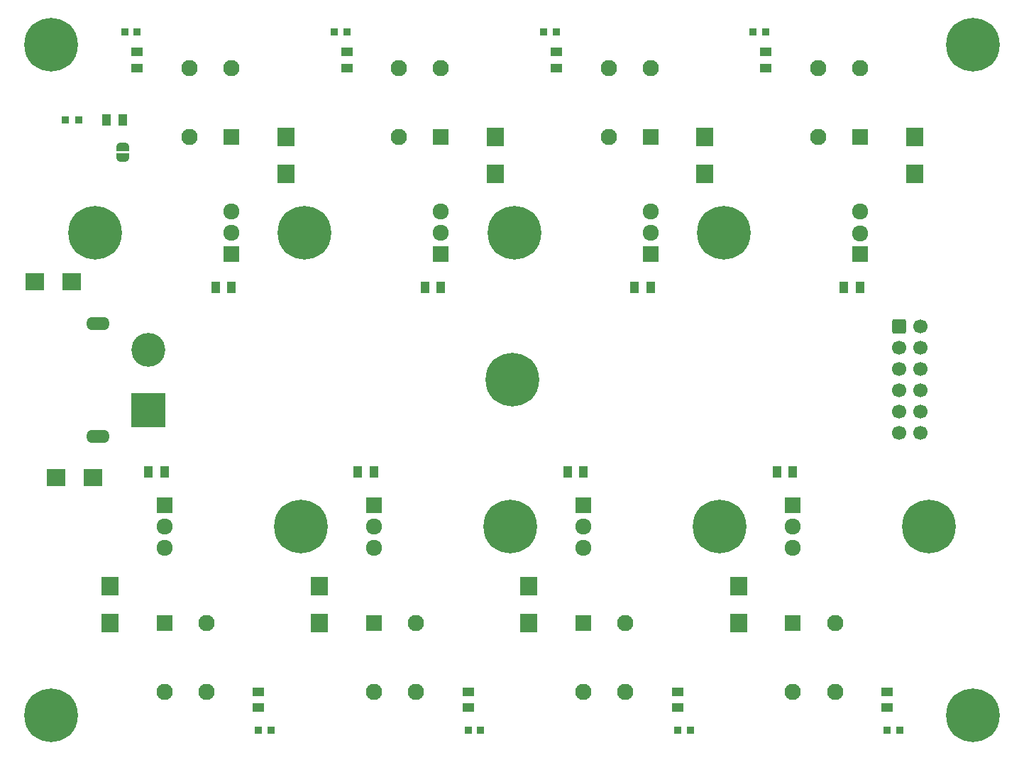
<source format=gbr>
G04 #@! TF.GenerationSoftware,KiCad,Pcbnew,(6.0.5)*
G04 #@! TF.CreationDate,2022-07-13T14:18:21-07:00*
G04 #@! TF.ProjectId,solid_state_relays_24v,736f6c69-645f-4737-9461-74655f72656c,0.0.10*
G04 #@! TF.SameCoordinates,PX2faf080PY8583b00*
G04 #@! TF.FileFunction,Soldermask,Top*
G04 #@! TF.FilePolarity,Negative*
%FSLAX46Y46*%
G04 Gerber Fmt 4.6, Leading zero omitted, Abs format (unit mm)*
G04 Created by KiCad (PCBNEW (6.0.5)) date 2022-07-13 14:18:21*
%MOMM*%
%LPD*%
G01*
G04 APERTURE LIST*
G04 Aperture macros list*
%AMRoundRect*
0 Rectangle with rounded corners*
0 $1 Rounding radius*
0 $2 $3 $4 $5 $6 $7 $8 $9 X,Y pos of 4 corners*
0 Add a 4 corners polygon primitive as box body*
4,1,4,$2,$3,$4,$5,$6,$7,$8,$9,$2,$3,0*
0 Add four circle primitives for the rounded corners*
1,1,$1+$1,$2,$3*
1,1,$1+$1,$4,$5*
1,1,$1+$1,$6,$7*
1,1,$1+$1,$8,$9*
0 Add four rect primitives between the rounded corners*
20,1,$1+$1,$2,$3,$4,$5,0*
20,1,$1+$1,$4,$5,$6,$7,0*
20,1,$1+$1,$6,$7,$8,$9,0*
20,1,$1+$1,$8,$9,$2,$3,0*%
%AMFreePoly0*
4,1,22,0.500000,-0.750000,0.000000,-0.750000,0.000000,-0.745033,-0.079941,-0.743568,-0.215256,-0.701293,-0.333266,-0.622738,-0.424486,-0.514219,-0.481581,-0.384460,-0.499164,-0.250000,-0.500000,-0.250000,-0.500000,0.250000,-0.499164,0.250000,-0.499963,0.256109,-0.478152,0.396186,-0.417904,0.524511,-0.324060,0.630769,-0.204165,0.706417,-0.067858,0.745374,0.000000,0.744959,0.000000,0.750000,
0.500000,0.750000,0.500000,-0.750000,0.500000,-0.750000,$1*%
%AMFreePoly1*
4,1,20,0.000000,0.744959,0.073905,0.744508,0.209726,0.703889,0.328688,0.626782,0.421226,0.519385,0.479903,0.390333,0.500000,0.250000,0.500000,-0.250000,0.499851,-0.262216,0.476331,-0.402017,0.414519,-0.529596,0.319384,-0.634700,0.198574,-0.708877,0.061801,-0.746166,0.000000,-0.745033,0.000000,-0.750000,-0.500000,-0.750000,-0.500000,0.750000,0.000000,0.750000,0.000000,0.744959,
0.000000,0.744959,$1*%
G04 Aperture macros list end*
%ADD10C,0.800000*%
%ADD11C,6.400000*%
%ADD12R,1.000000X1.400000*%
%ADD13R,2.150000X2.200000*%
%ADD14FreePoly0,90.000000*%
%ADD15FreePoly1,90.000000*%
%ADD16R,1.400000X1.000000*%
%ADD17R,1.950000X1.950000*%
%ADD18C,1.950000*%
%ADD19R,0.900000X0.850000*%
%ADD20RoundRect,0.250000X-0.600000X-0.600000X0.600000X-0.600000X0.600000X0.600000X-0.600000X0.600000X0*%
%ADD21C,1.700000*%
%ADD22O,2.800000X1.600000*%
%ADD23R,4.050000X4.050000*%
%ADD24C,4.050000*%
%ADD25R,0.900000X0.950000*%
%ADD26R,2.200000X2.150000*%
%ADD27R,1.920000X1.920000*%
%ADD28C,1.920000*%
G04 APERTURE END LIST*
D10*
G04 #@! TO.C,H1*
X3302944Y86697056D03*
D11*
X5000000Y85000000D03*
D10*
X7400000Y85000000D03*
X3302944Y83302944D03*
X6697056Y86697056D03*
X5000000Y87400000D03*
X2600000Y85000000D03*
X5000000Y82600000D03*
X6697056Y83302944D03*
G04 #@! TD*
D12*
G04 #@! TO.C,RP4*
X101500000Y56000000D03*
X99600000Y56000000D03*
G04 #@! TD*
D13*
G04 #@! TO.C,TVS1*
X33000000Y69600000D03*
X33000000Y74000000D03*
G04 #@! TD*
D10*
G04 #@! TO.C,H4*
X3302944Y6697056D03*
X6697056Y3302944D03*
X6697056Y6697056D03*
X7400000Y5000000D03*
X3302944Y3302944D03*
X2600000Y5000000D03*
X5000000Y2600000D03*
X5000000Y7400000D03*
D11*
X5000000Y5000000D03*
G04 #@! TD*
D12*
G04 #@! TO.C,RP1*
X26500000Y56000000D03*
X24600000Y56000000D03*
G04 #@! TD*
D13*
G04 #@! TO.C,TVS5*
X87000000Y20400000D03*
X87000000Y16000000D03*
G04 #@! TD*
D12*
G04 #@! TO.C,RP5*
X93500000Y34000000D03*
X91600000Y34000000D03*
G04 #@! TD*
D11*
G04 #@! TO.C,HQ2*
X35250000Y62540000D03*
D10*
X36947056Y64237056D03*
X36947056Y60842944D03*
X35250000Y64940000D03*
X32850000Y62540000D03*
X33552944Y60842944D03*
X37650000Y62540000D03*
X35250000Y60140000D03*
X33552944Y64237056D03*
G04 #@! TD*
D13*
G04 #@! TO.C,TVS2*
X58000000Y69600000D03*
X58000000Y74000000D03*
G04 #@! TD*
D14*
G04 #@! TO.C,JP1*
X13500000Y71500000D03*
D15*
X13500000Y72800000D03*
G04 #@! TD*
D12*
G04 #@! TO.C,RP6*
X68500000Y34000000D03*
X66600000Y34000000D03*
G04 #@! TD*
D10*
G04 #@! TO.C,H2*
X113302944Y83302944D03*
X115000000Y87400000D03*
D11*
X115000000Y85000000D03*
D10*
X112600000Y85000000D03*
X115000000Y82600000D03*
X116697056Y86697056D03*
X113302944Y86697056D03*
X117400000Y85000000D03*
X116697056Y83302944D03*
G04 #@! TD*
G04 #@! TO.C,HQ1*
X10250000Y64940000D03*
X7850000Y62540000D03*
D11*
X10250000Y62540000D03*
D10*
X8552944Y64237056D03*
X11947056Y60842944D03*
X12650000Y62540000D03*
X10250000Y60140000D03*
X11947056Y64237056D03*
X8552944Y60842944D03*
G04 #@! TD*
D12*
G04 #@! TO.C,RP2*
X51500000Y56000000D03*
X49600000Y56000000D03*
G04 #@! TD*
D13*
G04 #@! TO.C,TVS8*
X12000000Y20400000D03*
X12000000Y16000000D03*
G04 #@! TD*
D16*
G04 #@! TO.C,RL6*
X79750000Y7800000D03*
X79750000Y5900000D03*
G04 #@! TD*
D17*
G04 #@! TO.C,J2*
X51500000Y74000000D03*
D18*
X51500000Y82200000D03*
X46500000Y74000000D03*
X46500000Y82200000D03*
G04 #@! TD*
D13*
G04 #@! TO.C,TVS3*
X83000000Y69600000D03*
X83000000Y74000000D03*
G04 #@! TD*
D19*
G04 #@! TO.C,LED7*
X56250000Y3200000D03*
X54750000Y3200000D03*
G04 #@! TD*
D11*
G04 #@! TO.C,H3*
X115000000Y5000000D03*
D10*
X116697056Y6697056D03*
X117400000Y5000000D03*
X116697056Y3302944D03*
X115000000Y7400000D03*
X112600000Y5000000D03*
X115000000Y2600000D03*
X113302944Y3302944D03*
X113302944Y6697056D03*
G04 #@! TD*
D17*
G04 #@! TO.C,J1*
X26500000Y74000000D03*
D18*
X26500000Y82200000D03*
X21500000Y74000000D03*
X21500000Y82200000D03*
G04 #@! TD*
D16*
G04 #@! TO.C,RL4*
X90250000Y82200000D03*
X90250000Y84100000D03*
G04 #@! TD*
D10*
G04 #@! TO.C,HQ7*
X62150000Y27460000D03*
X59750000Y29860000D03*
D11*
X59750000Y27460000D03*
D10*
X61447056Y25762944D03*
X58052944Y25762944D03*
X58052944Y29157056D03*
X57350000Y27460000D03*
X61447056Y29157056D03*
X59750000Y25060000D03*
G04 #@! TD*
D17*
G04 #@! TO.C,J6*
X68500000Y16000000D03*
D18*
X68500000Y7800000D03*
X73500000Y16000000D03*
X73500000Y7800000D03*
G04 #@! TD*
D16*
G04 #@! TO.C,RL7*
X54750000Y7800000D03*
X54750000Y5900000D03*
G04 #@! TD*
D13*
G04 #@! TO.C,TVS6*
X62000000Y20400000D03*
X62000000Y16000000D03*
G04 #@! TD*
D16*
G04 #@! TO.C,RL5*
X104750000Y7800000D03*
X104750000Y5900000D03*
G04 #@! TD*
D19*
G04 #@! TO.C,LED3*
X63750000Y86500000D03*
X65250000Y86500000D03*
G04 #@! TD*
G04 #@! TO.C,LED5*
X106250000Y3200000D03*
X104750000Y3200000D03*
G04 #@! TD*
D17*
G04 #@! TO.C,J4*
X101500000Y74000000D03*
D18*
X101500000Y82200000D03*
X96500000Y74000000D03*
X96500000Y82200000D03*
G04 #@! TD*
D12*
G04 #@! TO.C,RP3*
X76500000Y56000000D03*
X74600000Y56000000D03*
G04 #@! TD*
D17*
G04 #@! TO.C,J3*
X76500000Y74000000D03*
D18*
X76500000Y82200000D03*
X71500000Y74000000D03*
X71500000Y82200000D03*
G04 #@! TD*
D12*
G04 #@! TO.C,RP7*
X43500000Y34000000D03*
X41600000Y34000000D03*
G04 #@! TD*
D20*
G04 #@! TO.C,JCNTL1*
X106200000Y51400000D03*
D21*
X108740000Y51400000D03*
X106200000Y48860000D03*
X108740000Y48860000D03*
X106200000Y46320000D03*
X108740000Y46320000D03*
X106200000Y43780000D03*
X108740000Y43780000D03*
X106200000Y41240000D03*
X108740000Y41240000D03*
X106200000Y38700000D03*
X108740000Y38700000D03*
G04 #@! TD*
D10*
G04 #@! TO.C,HQ6*
X83052944Y25762944D03*
X86447056Y29157056D03*
X82350000Y27460000D03*
D11*
X84750000Y27460000D03*
D10*
X84750000Y29860000D03*
X84750000Y25060000D03*
X87150000Y27460000D03*
X86447056Y25762944D03*
X83052944Y29157056D03*
G04 #@! TD*
G04 #@! TO.C,HQ8*
X36447056Y29157056D03*
X36447056Y25762944D03*
X34750000Y25060000D03*
D11*
X34750000Y27460000D03*
D10*
X32350000Y27460000D03*
X33052944Y25762944D03*
X37150000Y27460000D03*
X33052944Y29157056D03*
X34750000Y29860000D03*
G04 #@! TD*
D16*
G04 #@! TO.C,RL8*
X29750000Y7800000D03*
X29750000Y5900000D03*
G04 #@! TD*
D17*
G04 #@! TO.C,J8*
X18500000Y16000000D03*
D18*
X18500000Y7800000D03*
X23500000Y16000000D03*
X23500000Y7800000D03*
G04 #@! TD*
D22*
G04 #@! TO.C,JPWR1*
X10600000Y51750000D03*
X10600000Y38250000D03*
D23*
X16600000Y41400000D03*
D24*
X16600000Y48600000D03*
G04 #@! TD*
D13*
G04 #@! TO.C,TVS4*
X108000000Y69600000D03*
X108000000Y74000000D03*
G04 #@! TD*
D19*
G04 #@! TO.C,LED1*
X13750000Y86500000D03*
X15250000Y86500000D03*
G04 #@! TD*
D25*
G04 #@! TO.C,LEDP1*
X6700000Y76000000D03*
X8300000Y76000000D03*
G04 #@! TD*
D10*
G04 #@! TO.C,HC1*
X58302944Y43302944D03*
X61697056Y43302944D03*
X58302944Y46697056D03*
D11*
X60000000Y45000000D03*
D10*
X60000000Y42600000D03*
X62400000Y45000000D03*
X57600000Y45000000D03*
X60000000Y47400000D03*
X61697056Y46697056D03*
G04 #@! TD*
D16*
G04 #@! TO.C,RL2*
X40250000Y82200000D03*
X40250000Y84100000D03*
G04 #@! TD*
D12*
G04 #@! TO.C,RP8*
X18500000Y34000000D03*
X16600000Y34000000D03*
G04 #@! TD*
D19*
G04 #@! TO.C,LED2*
X38750000Y86500000D03*
X40250000Y86500000D03*
G04 #@! TD*
D16*
G04 #@! TO.C,RL1*
X15250000Y82200000D03*
X15250000Y84100000D03*
G04 #@! TD*
D19*
G04 #@! TO.C,LED4*
X88750000Y86500000D03*
X90250000Y86500000D03*
G04 #@! TD*
D17*
G04 #@! TO.C,J7*
X43500000Y16000000D03*
D18*
X43500000Y7800000D03*
X48500000Y16000000D03*
X48500000Y7800000D03*
G04 #@! TD*
D12*
G04 #@! TO.C,R1*
X11600000Y76000000D03*
X13500000Y76000000D03*
G04 #@! TD*
D17*
G04 #@! TO.C,J5*
X93500000Y16000000D03*
D18*
X93500000Y7800000D03*
X98500000Y16000000D03*
X98500000Y7800000D03*
G04 #@! TD*
D11*
G04 #@! TO.C,HQ5*
X109750000Y27460000D03*
D10*
X108052944Y25762944D03*
X112150000Y27460000D03*
X107350000Y27460000D03*
X111447056Y29157056D03*
X109750000Y25060000D03*
X111447056Y25762944D03*
X108052944Y29157056D03*
X109750000Y29860000D03*
G04 #@! TD*
D19*
G04 #@! TO.C,LED6*
X81250000Y3200000D03*
X79750000Y3200000D03*
G04 #@! TD*
D26*
G04 #@! TO.C,TVSP1*
X9950000Y33350000D03*
X5550000Y33350000D03*
G04 #@! TD*
D13*
G04 #@! TO.C,TVS7*
X37000000Y20400000D03*
X37000000Y16000000D03*
G04 #@! TD*
D10*
G04 #@! TO.C,HQ4*
X83552944Y60842944D03*
X85250000Y64940000D03*
D11*
X85250000Y62540000D03*
D10*
X87650000Y62540000D03*
X86947056Y60842944D03*
X83552944Y64237056D03*
X85250000Y60140000D03*
X86947056Y64237056D03*
X82850000Y62540000D03*
G04 #@! TD*
D19*
G04 #@! TO.C,LED8*
X31250000Y3200000D03*
X29750000Y3200000D03*
G04 #@! TD*
D16*
G04 #@! TO.C,RL3*
X65250000Y82200000D03*
X65250000Y84100000D03*
G04 #@! TD*
D26*
G04 #@! TO.C,TVSP2*
X7450000Y56700000D03*
X3050000Y56700000D03*
G04 #@! TD*
D10*
G04 #@! TO.C,HQ3*
X60250000Y64940000D03*
X58552944Y60842944D03*
X61947056Y60842944D03*
X58552944Y64237056D03*
D11*
X60250000Y62540000D03*
D10*
X57850000Y62540000D03*
X62650000Y62540000D03*
X61947056Y64237056D03*
X60250000Y60140000D03*
G04 #@! TD*
D27*
G04 #@! TO.C,Q5*
X93500000Y30000000D03*
D28*
X93500000Y27460000D03*
X93500000Y24920000D03*
G04 #@! TD*
D27*
G04 #@! TO.C,Q4*
X101500000Y60000000D03*
D28*
X101500000Y62500000D03*
X101500000Y65080000D03*
G04 #@! TD*
D27*
G04 #@! TO.C,Q1*
X26500000Y60000000D03*
D28*
X26500000Y62540000D03*
X26500000Y65080000D03*
G04 #@! TD*
D27*
G04 #@! TO.C,Q8*
X18500000Y30000000D03*
D28*
X18500000Y27460000D03*
X18500000Y24920000D03*
G04 #@! TD*
D27*
G04 #@! TO.C,Q2*
X51500000Y60000000D03*
D28*
X51500000Y62540000D03*
X51500000Y65080000D03*
G04 #@! TD*
D27*
G04 #@! TO.C,Q3*
X76500000Y60000000D03*
D28*
X76500000Y62540000D03*
X76500000Y65080000D03*
G04 #@! TD*
D27*
G04 #@! TO.C,Q6*
X68500000Y30000000D03*
D28*
X68500000Y27460000D03*
X68500000Y24920000D03*
G04 #@! TD*
D27*
G04 #@! TO.C,Q7*
X43500000Y30000000D03*
D28*
X43500000Y27460000D03*
X43500000Y24920000D03*
G04 #@! TD*
M02*

</source>
